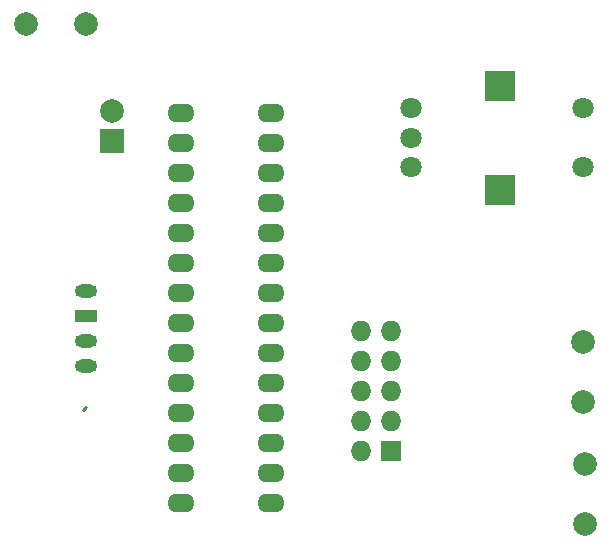
<source format=gtl>
G04 #@! TF.FileFunction,Copper,L1,Top,Signal*
%FSLAX46Y46*%
G04 Gerber Fmt 4.6, Leading zero omitted, Abs format (unit mm)*
G04 Created by KiCad (PCBNEW (2015-08-13 BZR 6091)-product) date Tuesday, February 23, 2016 'AMt' 08:26:50 AM*
%MOMM*%
G01*
G04 APERTURE LIST*
%ADD10C,0.100000*%
%ADD11R,1.727200X1.727200*%
%ADD12O,1.727200X1.727200*%
%ADD13R,2.000000X2.000000*%
%ADD14C,2.000000*%
%ADD15C,1.800000*%
%ADD16R,2.500000X2.500000*%
%ADD17O,2.300000X1.600000*%
%ADD18O,1.905000X1.117600*%
%ADD19R,1.905000X1.117600*%
%ADD20C,0.250000*%
G04 APERTURE END LIST*
D10*
D11*
X108240000Y-139330000D03*
D12*
X105700000Y-139330000D03*
X108240000Y-136790000D03*
X105700000Y-136790000D03*
X108240000Y-134250000D03*
X105700000Y-134250000D03*
X108240000Y-131710000D03*
X105700000Y-131710000D03*
X108240000Y-129170000D03*
X105700000Y-129170000D03*
D13*
X84650000Y-113080000D03*
D14*
X84650000Y-110540000D03*
D15*
X124490000Y-115270000D03*
X124490000Y-110270000D03*
X109990000Y-112770000D03*
X109990000Y-115270000D03*
X109990000Y-110270000D03*
D16*
X117490000Y-117170000D03*
X117490000Y-108370000D03*
D14*
X77390000Y-103160000D03*
X82470000Y-103160000D03*
D17*
X90500000Y-110710000D03*
X90500000Y-113250000D03*
X90500000Y-115790000D03*
X90500000Y-118330000D03*
X90500000Y-120870000D03*
X90500000Y-123410000D03*
X90500000Y-125950000D03*
X90500000Y-128490000D03*
X90500000Y-131030000D03*
X90500000Y-133570000D03*
X90500000Y-136110000D03*
X90500000Y-138650000D03*
X90500000Y-141190000D03*
X90500000Y-143730000D03*
X98120000Y-143730000D03*
X98120000Y-141190000D03*
X98120000Y-138650000D03*
X98120000Y-136110000D03*
X98120000Y-133570000D03*
X98120000Y-131030000D03*
X98120000Y-128490000D03*
X98120000Y-125950000D03*
X98120000Y-123410000D03*
X98120000Y-120870000D03*
X98120000Y-118330000D03*
X98120000Y-115790000D03*
X98120000Y-113250000D03*
X98120000Y-110710000D03*
D18*
X82430000Y-125770000D03*
D19*
X82430000Y-127870000D03*
D18*
X82430000Y-129970000D03*
X82430000Y-132070000D03*
D14*
X124530000Y-130070000D03*
X124530000Y-135150000D03*
X124700000Y-140400000D03*
X124700000Y-145480000D03*
D20*
X82430000Y-135550000D02*
X82200000Y-135780000D01*
M02*

</source>
